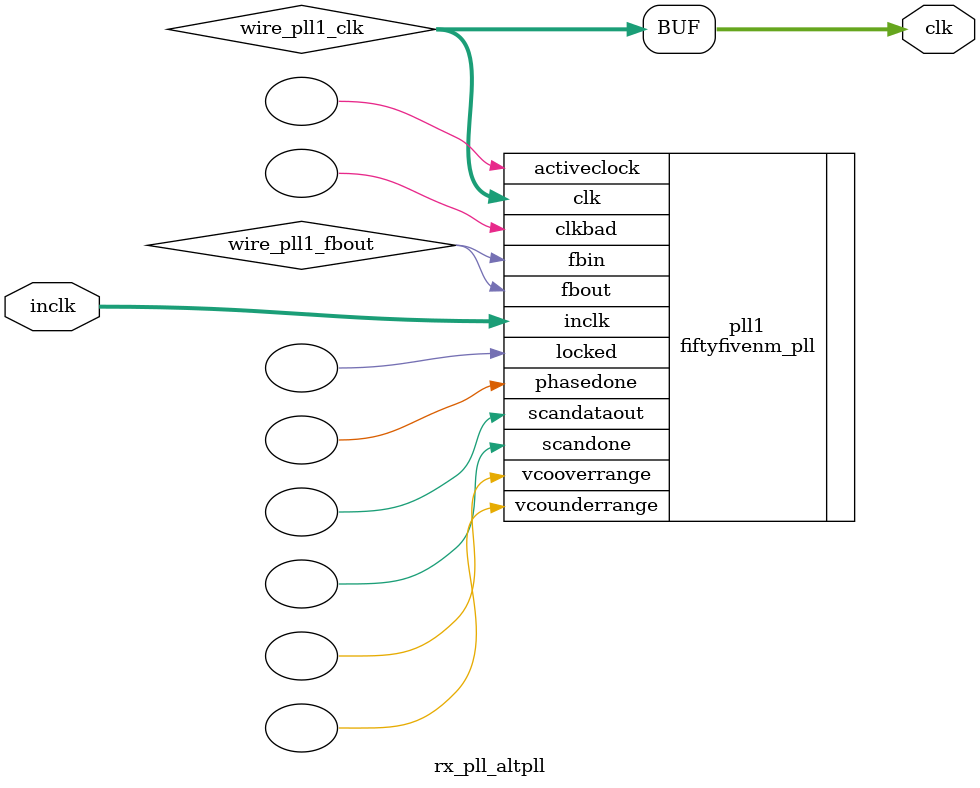
<source format=v>






//synthesis_resources = fiftyfivenm_pll 1 
//synopsys translate_off
`timescale 1 ps / 1 ps
//synopsys translate_on
module  rx_pll_altpll
	( 
	clk,
	inclk) /* synthesis synthesis_clearbox=1 */;
	output   [4:0]  clk;
	input   [1:0]  inclk;
`ifndef ALTERA_RESERVED_QIS
// synopsys translate_off
`endif
	tri0   [1:0]  inclk;
`ifndef ALTERA_RESERVED_QIS
// synopsys translate_on
`endif

	wire  [4:0]   wire_pll1_clk;
	wire  wire_pll1_fbout;

	fiftyfivenm_pll   pll1
	( 
	.activeclock(),
	.clk(wire_pll1_clk),
	.clkbad(),
	.fbin(wire_pll1_fbout),
	.fbout(wire_pll1_fbout),
	.inclk(inclk),
	.locked(),
	.phasedone(),
	.scandataout(),
	.scandone(),
	.vcooverrange(),
	.vcounderrange()
	`ifndef FORMAL_VERIFICATION
	// synopsys translate_off
	`endif
	,
	.areset(1'b0),
	.clkswitch(1'b0),
	.configupdate(1'b0),
	.pfdena(1'b1),
	.phasecounterselect({3{1'b0}}),
	.phasestep(1'b0),
	.phaseupdown(1'b0),
	.scanclk(1'b0),
	.scanclkena(1'b1),
	.scandata(1'b0)
	`ifndef FORMAL_VERIFICATION
	// synopsys translate_on
	`endif
	);
	defparam
		pll1.bandwidth_type = "auto",
		pll1.clk0_divide_by = 1,
		pll1.clk0_duty_cycle = 50,
		pll1.clk0_multiply_by = 1,
		pll1.clk0_phase_shift = "0",
		pll1.clk1_divide_by = 50,
		pll1.clk1_duty_cycle = 50,
		pll1.clk1_multiply_by = 9,
		pll1.clk1_phase_shift = "0",
		pll1.compensate_clock = "clk0",
		pll1.inclk0_input_frequency = 40000,
		pll1.operation_mode = "normal",
		pll1.pll_type = "auto",
		pll1.lpm_type = "fiftyfivenm_pll";
	assign
		clk = {wire_pll1_clk[4:0]};
endmodule //rx_pll_altpll
//VALID FILE

</source>
